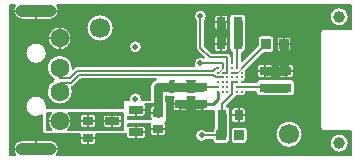
<source format=gtl>
G04 Layer: TopLayer*
G04 EasyEDA Pro v2.1.64.d1969c9c.217bcf, 2024-08-09 12:31:45*
G04 Gerber Generator version 0.3*
G04 Scale: 100 percent, Rotated: No, Reflected: No*
G04 Dimensions in millimeters*
G04 Leading zeros omitted, absolute positions, 3 integers and 5 decimals*
%FSLAX35Y35*%
%MOMM*%
%ADD8191C,0.2032*%
%ADD10C,0.2*%
%ADD11C,0.8*%
%ADD12C,0.254*%
%ADD13C,0.15*%
%ADD14C,0.1*%
%ADD15C,0.155*%
%ADD16C,1.0006*%
%ADD17C,1.0*%
%ADD18C,1.7*%
%ADD19R,0.8X0.9*%
%ADD20R,0.9X0.8*%
%ADD21R,0.9X0.8*%
%ADD22R,1.25001X0.7*%
%ADD23R,0.80648X0.86401*%
%ADD24R,0.8X0.9*%
%ADD25R,0.80648X0.86401*%
%ADD26O,3.49999X1.0*%
%ADD27C,1.6*%
%ADD28C,0.5*%
%ADD29C,0.6*%
G75*


G04 Copper Start*
G36*
G01X-3263966Y3724534D02*
G01X-3263966Y4993706D01*
G01X-3219873D01*
G03X-3236733Y4946180I58554J-47526D01*
G03X-3161319Y4870766I75414J0D01*
G01X-2921320D01*
G03X-2845906Y4946180I0J75414D01*
G03X-2862766Y4993706I-75414J0D01*
G01X-374794D01*
G01Y4794534D01*
G01X-604354D01*
G03X-634768Y4764120I0J-30414D01*
G01Y3954120D01*
G03X-604354Y3923706I30414J0D01*
G01X-374768D01*
G01Y3724534D01*
G01X-2866366D01*
G03X-2845906Y3776180I-54954J51646D01*
G03X-2921320Y3851594I-75414J0D01*
G01X-3161319D01*
G03X-3236733Y3776180I0J-75414D01*
G03X-3216274Y3724534I75414J0D01*
G01X-3263966D01*
G37*
%LPC*%
G36*
G01X-2666374Y3829538D02*
G03X-2645960Y3809124I20414J0D01*
G01X-2555960D01*
G03X-2535546Y3829538I0J20414D01*
G01Y3899499D01*
G01X-2294407D01*
G03X-2279075Y3903647I0J30414D01*
G01Y3880664D01*
G03X-2258661Y3860250I20414J0D01*
G01X-2133660D01*
G03X-2113246Y3880664I0J20414D01*
G01Y3950664D01*
G03X-2133660Y3971078I-20414J0D01*
G01X-2258661D01*
G03X-2263993Y3970369I0J-20414D01*
G01Y3990931D01*
G01X-2073492D01*
G03X-2075014Y3983198I18893J-7733D01*
G01Y3903198D01*
G03X-2054600Y3882784I20414J0D01*
G01X-1964600D01*
G03X-1944186Y3903198I0J20414D01*
G01Y3983198D01*
G03X-1948131Y3995260I-20414J0D01*
G03X-1933356Y4021345I-15639J26085D01*
G01Y4163281D01*
G03X-1939186Y4181188I-30414J0D01*
G01Y4220703D01*
G03X-1920002Y4213888I19185J23600D01*
G01X-1874893Y4213886D01*
G03X-1885014Y4196258I10294J-17629D01*
G01Y4116258D01*
G03X-1864600Y4095844I20414J0D01*
G01X-1774600D01*
G03X-1754186Y4116258I0J20414D01*
G01Y4196258D01*
G03X-1764297Y4213881I-20414J0D01*
G01X-1694569Y4213877D01*
G03X-1704674Y4196258I10309J-17620D01*
G01Y4116258D01*
G03X-1684260Y4095844I20414J0D01*
G01X-1594260D01*
G03X-1591332Y4096055I0J20414D01*
G01X-1537576D01*
G01Y4061594D01*
G01Y4061460D01*
G01Y3952148D01*
G03X-1543234Y3934480I24756J-17667D01*
G01Y3929445D01*
G01X-1601079D01*
G03X-1640001Y3945416I-38922J-39443D01*
G03X-1695415Y3890002I0J-55414D01*
G03X-1640001Y3834588I55414J0D01*
G03X-1598646Y3853117I0J55414D01*
G01X-1543234D01*
G01Y3848080D01*
G03X-1512820Y3817666I30414J0D01*
G01X-1432173D01*
G03X-1401759Y3848080I0J30414D01*
G01Y3870528D01*
G03X-1396748Y3896614I-65404J26086D01*
G01Y4061460D01*
G01X-1396749Y4061594D01*
G01Y4106460D01*
G03X-1426748Y4136871I-30414J0D01*
G01Y4137118D01*
G01X-1353513Y4210353D01*
G03X-1345898Y4220947I-28577J28577D01*
G03X-1342085Y4220766I3813J40234D01*
G03X-1322083Y4226063I0J40414D01*
G03X-1302080Y4220766I20003J35117D01*
G03X-1261668Y4260771I0J40414D01*
G01X-1180314D01*
G01Y4253718D01*
G03X-1149900Y4223304I30414J0D01*
G01X-1105034D01*
G01X-1104900D01*
G01X-924560D01*
G01X-924426D01*
G01X-879560D01*
G03X-849146Y4253718I0J30414D01*
G01Y4333718D01*
G03X-879560Y4364131I-30414J0D01*
G01X-924426D01*
G01X-924560Y4364132D01*
G01X-1104900D01*
G01X-1105034Y4364131D01*
G01X-1149900D01*
G03X-1179275Y4341599I0J-30414D01*
G01X-1271669D01*
G03X-1273777Y4352322I-30411J-409D01*
G03X-1261666Y4381170I-28304J28848D01*
G03X-1266963Y4401172I-40414J0D01*
G03X-1261666Y4421175I-35117J20003D01*
G03X-1265652Y4438675I-40414J0D01*
G01X-1114501Y4589826D01*
G01X-1053553D01*
G03X-1023139Y4620240I0J30414D01*
G01Y4706640D01*
G03X-1053553Y4737054I-30414J0D01*
G01X-1134200D01*
G03X-1164614Y4706640I0J-30414D01*
G01Y4654021D01*
G01X-1301671Y4516963D01*
G01Y4590566D01*
G01X-1294618D01*
G03X-1264204Y4620980I0J30414D01*
G01Y4665846D01*
G01Y4665980D01*
G01Y4846320D01*
G01Y4846454D01*
G01Y4891320D01*
G03X-1294618Y4921734I-30414J0D01*
G01X-1374618D01*
G03X-1405031Y4891320I0J-30414D01*
G01Y4846454D01*
G01X-1405032Y4846320D01*
G01Y4665980D01*
G01X-1405031Y4665846D01*
G01Y4620980D01*
G03X-1382499Y4591605I30414J0D01*
G01Y4501592D01*
G01X-1383906Y4501553D01*
G01Y4550003D01*
G03X-1422070Y4588167I-38164J0D01*
G01X-1554193D01*
G01X-1611837Y4645810D01*
G01Y4859825D01*
G03X-1594587Y4900003I-38164J40177D01*
G03X-1650001Y4955417I-55414J0D01*
G03X-1705415Y4900003I0J-55414D01*
G03X-1688165Y4859825I55414J0D01*
G01Y4630002D01*
G03X-1676987Y4603016I38164J0D01*
G01X-1621489Y4547518D01*
G03X-1650001Y4555416I-28512J-47516D01*
G03X-1705415Y4500002I0J-55414D01*
G03X-1700528Y4477249I55414J0D01*
G01X-2693092D01*
G03X-2720078Y4466071I0J-38164D01*
G01X-2731076Y4455073D01*
G03X-2730906Y4461193I-110244J6119D01*
G03X-2841320Y4571606I-110414J0D01*
G03X-2951734Y4461193I0J-110414D01*
G03X-2888131Y4361193I110414J0D01*
G03X-2951734Y4261193I46811J-100000D01*
G03X-2841320Y4150779I110414J0D01*
G03X-2730906Y4261193I0J110414D01*
G03X-2738035Y4300222I-110414J0D01*
G03X-2716545Y4311003I-5497J37766D01*
G01X-2662447Y4365101D01*
G01X-2026898D01*
G03X-2080014Y4296845I17298J-68256D01*
G01Y4193695D01*
G01X-2144946D01*
G03X-2144586Y4200000I-55054J6305D01*
G03X-2200000Y4255414I-55414J0D01*
G03X-2255414Y4200000I0J-55414D01*
G03X-2255054Y4193695I55414J0D01*
G01X-2277252D01*
G03X-2307666Y4163281I0J-30414D01*
G01Y4122114D01*
G01X-2952010D01*
G03X-2950906Y4136200I-89310J14086D01*
G03X-3041320Y4226613I-90414J0D01*
G03X-3131734Y4136200I0J-90414D01*
G03X-3041320Y4045786I90414J0D01*
G03X-2991544Y4060721I0J90414D01*
G01Y3929913D01*
G03X-2961130Y3899499I30414J0D01*
G01X-2666374D01*
G01Y3829538D01*
G37*
G36*
G01X-2615414Y4800000D02*
G03X-2500000Y4684586I115414J0D01*
G03X-2384586Y4800000I0J115414D01*
G03X-2500000Y4915414I-115414J0D01*
G03X-2615414Y4800000I0J-115414D01*
G37*
G36*
G01X-900000Y3784586D02*
G03X-784586Y3900000I0J115414D01*
G03X-900000Y4015414I-115414J0D01*
G03X-1015414Y3900000I0J-115414D01*
G03X-900000Y3784586I115414J0D01*
G37*
G36*
G01X-2941734Y4711179D02*
G03X-2841320Y4610765I100414J0D01*
G03X-2740906Y4711179I0J100414D01*
G03X-2841320Y4811593I-100414J0D01*
G03X-2941734Y4711179I0J-100414D01*
G37*
G36*
G01X-3041320Y4495772D02*
G03X-2950906Y4586186I0J90414D01*
G03X-3041320Y4676600I-90414J0D01*
G03X-3131734Y4586186I0J-90414D01*
G03X-3041320Y4495772I90414J0D01*
G37*
G36*
G01X-475130Y3744166D02*
G03X-394716Y3824580I0J80414D01*
G03X-475130Y3904994I-80414J0D01*
G03X-555544Y3824580I0J-80414D01*
G03X-475130Y3744166I80414J0D01*
G37*
G36*
G01X-555394Y4894580D02*
G03X-474980Y4814166I80414J0D01*
G03X-394566Y4894580I0J80414D01*
G03X-474980Y4974994I-80414J0D01*
G03X-555394Y4894580I0J-80414D01*
G37*
G36*
G01X-1281500Y3817666D02*
G03X-1251086Y3848080I0J30414D01*
G01Y3934480D01*
G03X-1281500Y3964894I-30414J0D01*
G01X-1362147D01*
G03X-1392561Y3934480I0J-30414D01*
G01Y3848080D01*
G03X-1362147Y3817666I30414J0D01*
G01X-1281500D01*
G37*
G36*
G01X-1434622Y4780906D02*
G03X-1414208Y4801320I0J20414D01*
G01Y4891320D01*
G03X-1434622Y4911734I-20414J0D01*
G01X-1514622D01*
G03X-1535036Y4891320I0J-20414D01*
G01Y4801320D01*
G03X-1514622Y4780906I20414J0D01*
G01X-1434622D01*
G37*
G36*
G01X-1535036Y4620980D02*
G03X-1514622Y4600566I20414J0D01*
G01X-1434622D01*
G03X-1414208Y4620980I0J20414D01*
G01Y4710980D01*
G03X-1434622Y4731394I-20414J0D01*
G01X-1514622D01*
G03X-1535036Y4710980I0J-20414D01*
G01Y4620980D01*
G37*
G36*
G01X-879560Y4373309D02*
G03X-859146Y4393722I0J20414D01*
G01Y4473722D01*
G03X-879560Y4494136I-20414J0D01*
G01X-969560D01*
G03X-989974Y4473722I0J-20414D01*
G01Y4393722D01*
G03X-969560Y4373309I20414J0D01*
G01X-879560D01*
G37*
G36*
G01X-1387572Y4016460D02*
G03X-1367158Y3996046I20414J0D01*
G01X-1287158D01*
G03X-1266744Y4016460I0J20414D01*
G01Y4106460D01*
G03X-1287158Y4126874I-20414J0D01*
G01X-1367158D01*
G03X-1387572Y4106460I0J-20414D01*
G01Y4016460D01*
G37*
G36*
G01X-1170314Y4393722D02*
G03X-1149900Y4373309I20414J0D01*
G01X-1059900D01*
G03X-1039486Y4393722I0J20414D01*
G01Y4473722D01*
G03X-1059900Y4494136I-20414J0D01*
G01X-1149900D01*
G03X-1170314Y4473722I0J-20414D01*
G01Y4393722D01*
G37*
G36*
G01X-902880Y4599826D02*
G03X-882466Y4620240I0J20414D01*
G01Y4706640D01*
G03X-902880Y4727054I-20414J0D01*
G01X-983527D01*
G03X-1003941Y4706640I0J-20414D01*
G01Y4620240D01*
G03X-983527Y4599826I20414J0D01*
G01X-902880D01*
G37*
G36*
G01X-2200000Y4584756D02*
G03X-2144586Y4640170I0J55414D01*
G03X-2200000Y4695584I-55414J0D01*
G03X-2255414Y4640170I0J-55414D01*
G03X-2200000Y4584756I55414J0D01*
G37*
%LPD*%
G36*
G01X-2950970Y3940073D02*
G01X-2950970Y4081540D01*
G01X-2912962D01*
G03X-2941734Y4011181I71642J-70359D01*
G03X-2912219Y3940073I100414J0D01*
G01X-2950970D01*
G37*
G36*
G01X-2770421Y3940073D02*
G03X-2740906Y4011181I-70899J71108D01*
G03X-2769679Y4081540I-100414J0D01*
G01X-2304567D01*
G01Y3940073D01*
G01X-2770421D01*
G37*
%LPC*%
G36*
G01X-2333659Y3955246D02*
G03X-2313245Y3975660I0J20414D01*
G01Y4045660D01*
G03X-2333659Y4066074I-20414J0D01*
G01X-2458660D01*
G03X-2479074Y4045660I0J-20414D01*
G01Y3975660D01*
G03X-2458660Y3955246I20414J0D01*
G01X-2333659D01*
G37*
G36*
G01X-2666374Y3969542D02*
G03X-2645960Y3949129I20414J0D01*
G01X-2555960D01*
G03X-2535546Y3969542I0J20414D01*
G01Y4049542D01*
G03X-2555960Y4069956I-20414J0D01*
G01X-2645960D01*
G03X-2666374Y4049542I0J-20414D01*
G01Y3969542D01*
G37*
%LPD*%
G36*
G01X-2075014Y4043202D02*
G03X-2071330Y4031505I20414J0D01*
G01X-2263993D01*
G01Y4050951D01*
G03X-2258661Y4050242I5332J19705D01*
G01X-2133660D01*
G03X-2113246Y4070656I0J20414D01*
G01Y4140656D01*
G03X-2117493Y4153121I-20414J0D01*
G01X-1973930D01*
G01Y4143616D01*
G01X-2054600D01*
G03X-2075014Y4123202I0J-20414D01*
G01Y4043202D01*
G37*
G36*
G01X-2117493Y3868199D02*
G03X-2113246Y3880664I-16166J12465D01*
G01Y3950664D01*
G03X-2133660Y3971078I-20414J0D01*
G01X-2258661D01*
G03X-2263993Y3970369I0J-20414D01*
G01Y3987805D01*
G01X-2074487D01*
G03X-2075014Y3983198I19887J-4608D01*
G01Y3903198D01*
G03X-2054600Y3882784I20414J0D01*
G01X-1974311D01*
G01Y3868199D01*
G01X-2117493D01*
G37*
G36*
G01X-1910773Y4095869D02*
G01X-1910773Y4205325D01*
G01X-1882889D01*
G03X-1885014Y4196258I18289J-9068D01*
G01Y4116258D01*
G03X-1865618Y4095869I20414J0D01*
G01X-1910773D01*
G37*
G36*
G01X-1885014Y4256263D02*
G01X-1884934Y4254461D01*
G01X-1909841Y4254462D01*
G01Y4355102D01*
G01X-1872462D01*
G03X-1885014Y4336262I7862J-18839D01*
G01Y4256263D01*
G37*
G36*
G01X-1773582Y4095869D02*
G03X-1754186Y4116258I-1018J20389D01*
G01Y4196258D01*
G03X-1756310Y4205325I-20414J0D01*
G01X-1702549D01*
G03X-1704674Y4196258I18289J-9068D01*
G01Y4116258D01*
G03X-1685278Y4095869I20414J0D01*
G01X-1773582D01*
G37*
G36*
G01X-1704674Y4256263D02*
G01X-1704593Y4254452D01*
G01X-1754266Y4254454D01*
G01X-1754186Y4256263D01*
G01Y4336262D01*
G03X-1766738Y4355102I-20414J0D01*
G01X-1692122D01*
G03X-1704674Y4336262I7862J-18839D01*
G01Y4256263D01*
G37*
G54D8191*
G01X-3263966Y3724534D02*
G01X-3263966Y4993706D01*
G01X-3219873D01*
G03X-3236733Y4946180I58554J-47526D01*
G03X-3161319Y4870766I75414J0D01*
G01X-2921320D01*
G03X-2845906Y4946180I0J75414D01*
G03X-2862766Y4993706I-75414J0D01*
G01X-374794D01*
G01Y4794534D01*
G01X-604354D01*
G03X-634768Y4764120I0J-30414D01*
G01Y3954120D01*
G03X-604354Y3923706I30414J0D01*
G01X-374768D01*
G01Y3724534D01*
G01X-2866366D01*
G03X-2845906Y3776180I-54954J51646D01*
G03X-2921320Y3851594I-75414J0D01*
G01X-3161319D01*
G03X-3236733Y3776180I0J-75414D01*
G03X-3216274Y3724534I75414J0D01*
G01X-3263966D01*
G01X-2666374Y3829538D02*
G03X-2645960Y3809124I20414J0D01*
G01X-2555960D01*
G03X-2535546Y3829538I0J20414D01*
G01Y3899499D01*
G01X-2294407D01*
G03X-2279075Y3903647I0J30414D01*
G01Y3880664D01*
G03X-2258661Y3860250I20414J0D01*
G01X-2133660D01*
G03X-2113246Y3880664I0J20414D01*
G01Y3950664D01*
G03X-2133660Y3971078I-20414J0D01*
G01X-2258661D01*
G03X-2263993Y3970369I0J-20414D01*
G01Y3990931D01*
G01X-2073492D01*
G03X-2075014Y3983198I18893J-7733D01*
G01Y3903198D01*
G03X-2054600Y3882784I20414J0D01*
G01X-1964600D01*
G03X-1944186Y3903198I0J20414D01*
G01Y3983198D01*
G03X-1948131Y3995260I-20414J0D01*
G03X-1933356Y4021345I-15639J26085D01*
G01Y4163281D01*
G03X-1939186Y4181188I-30414J0D01*
G01Y4220703D01*
G03X-1920002Y4213888I19185J23600D01*
G01X-1874893Y4213886D01*
G03X-1885014Y4196258I10294J-17629D01*
G01Y4116258D01*
G03X-1864600Y4095844I20414J0D01*
G01X-1774600D01*
G03X-1754186Y4116258I0J20414D01*
G01Y4196258D01*
G03X-1764297Y4213881I-20414J0D01*
G01X-1694569Y4213877D01*
G03X-1704674Y4196258I10309J-17620D01*
G01Y4116258D01*
G03X-1684260Y4095844I20414J0D01*
G01X-1594260D01*
G03X-1591332Y4096055I0J20414D01*
G01X-1537576D01*
G01Y4061594D01*
G01Y4061460D01*
G01Y3952148D01*
G03X-1543234Y3934480I24756J-17667D01*
G01Y3929445D01*
G01X-1601079D01*
G03X-1640001Y3945416I-38922J-39443D01*
G03X-1695415Y3890002I0J-55414D01*
G03X-1640001Y3834588I55414J0D01*
G03X-1598646Y3853117I0J55414D01*
G01X-1543234D01*
G01Y3848080D01*
G03X-1512820Y3817666I30414J0D01*
G01X-1432173D01*
G03X-1401759Y3848080I0J30414D01*
G01Y3870528D01*
G03X-1396748Y3896614I-65404J26086D01*
G01Y4061460D01*
G01X-1396749Y4061594D01*
G01Y4106460D01*
G03X-1426748Y4136871I-30414J0D01*
G01Y4137118D01*
G01X-1353513Y4210353D01*
G03X-1345898Y4220947I-28577J28577D01*
G03X-1342085Y4220766I3813J40234D01*
G03X-1322083Y4226063I0J40414D01*
G03X-1302080Y4220766I20003J35117D01*
G03X-1261668Y4260771I0J40414D01*
G01X-1180314D01*
G01Y4253718D01*
G03X-1149900Y4223304I30414J0D01*
G01X-1105034D01*
G01X-1104900D01*
G01X-924560D01*
G01X-924426D01*
G01X-879560D01*
G03X-849146Y4253718I0J30414D01*
G01Y4333718D01*
G03X-879560Y4364131I-30414J0D01*
G01X-924426D01*
G01X-924560Y4364132D01*
G01X-1104900D01*
G01X-1105034Y4364131D01*
G01X-1149900D01*
G03X-1179275Y4341599I0J-30414D01*
G01X-1271669D01*
G03X-1273777Y4352322I-30411J-409D01*
G03X-1261666Y4381170I-28304J28848D01*
G03X-1266963Y4401172I-40414J0D01*
G03X-1261666Y4421175I-35117J20003D01*
G03X-1265652Y4438675I-40414J0D01*
G01X-1114501Y4589826D01*
G01X-1053553D01*
G03X-1023139Y4620240I0J30414D01*
G01Y4706640D01*
G03X-1053553Y4737054I-30414J0D01*
G01X-1134200D01*
G03X-1164614Y4706640I0J-30414D01*
G01Y4654021D01*
G01X-1301671Y4516963D01*
G01Y4590566D01*
G01X-1294618D01*
G03X-1264204Y4620980I0J30414D01*
G01Y4665846D01*
G01Y4665980D01*
G01Y4846320D01*
G01Y4846454D01*
G01Y4891320D01*
G03X-1294618Y4921734I-30414J0D01*
G01X-1374618D01*
G03X-1405031Y4891320I0J-30414D01*
G01Y4846454D01*
G01X-1405032Y4846320D01*
G01Y4665980D01*
G01X-1405031Y4665846D01*
G01Y4620980D01*
G03X-1382499Y4591605I30414J0D01*
G01Y4501592D01*
G01X-1383906Y4501553D01*
G01Y4550003D01*
G03X-1422070Y4588167I-38164J0D01*
G01X-1554193D01*
G01X-1611837Y4645810D01*
G01Y4859825D01*
G03X-1594587Y4900003I-38164J40177D01*
G03X-1650001Y4955417I-55414J0D01*
G03X-1705415Y4900003I0J-55414D01*
G03X-1688165Y4859825I55414J0D01*
G01Y4630002D01*
G03X-1676987Y4603016I38164J0D01*
G01X-1621489Y4547518D01*
G03X-1650001Y4555416I-28512J-47516D01*
G03X-1705415Y4500002I0J-55414D01*
G03X-1700528Y4477249I55414J0D01*
G01X-2693092D01*
G03X-2720078Y4466071I0J-38164D01*
G01X-2731076Y4455073D01*
G03X-2730906Y4461193I-110244J6119D01*
G03X-2841320Y4571606I-110414J0D01*
G03X-2951734Y4461193I0J-110414D01*
G03X-2888131Y4361193I110414J0D01*
G03X-2951734Y4261193I46811J-100000D01*
G03X-2841320Y4150779I110414J0D01*
G03X-2730906Y4261193I0J110414D01*
G03X-2738035Y4300222I-110414J0D01*
G03X-2716545Y4311003I-5497J37766D01*
G01X-2662447Y4365101D01*
G01X-2026898D01*
G03X-2080014Y4296845I17298J-68256D01*
G01Y4193695D01*
G01X-2144946D01*
G03X-2144586Y4200000I-55054J6305D01*
G03X-2200000Y4255414I-55414J0D01*
G03X-2255414Y4200000I0J-55414D01*
G03X-2255054Y4193695I55414J0D01*
G01X-2277252D01*
G03X-2307666Y4163281I0J-30414D01*
G01Y4122114D01*
G01X-2952010D01*
G03X-2950906Y4136200I-89310J14086D01*
G03X-3041320Y4226613I-90414J0D01*
G03X-3131734Y4136200I0J-90414D01*
G03X-3041320Y4045786I90414J0D01*
G03X-2991544Y4060721I0J90414D01*
G01Y3929913D01*
G03X-2961130Y3899499I30414J0D01*
G01X-2666374D01*
G01Y3829538D01*
G01X-2615414Y4800000D02*
G03X-2500000Y4684586I115414J0D01*
G03X-2384586Y4800000I0J115414D01*
G03X-2500000Y4915414I-115414J0D01*
G03X-2615414Y4800000I0J-115414D01*
G01X-900000Y3784586D02*
G03X-784586Y3900000I0J115414D01*
G03X-900000Y4015414I-115414J0D01*
G03X-1015414Y3900000I0J-115414D01*
G03X-900000Y3784586I115414J0D01*
G01X-2941734Y4711179D02*
G03X-2841320Y4610765I100414J0D01*
G03X-2740906Y4711179I0J100414D01*
G03X-2841320Y4811593I-100414J0D01*
G03X-2941734Y4711179I0J-100414D01*
G01X-3041320Y4495772D02*
G03X-2950906Y4586186I0J90414D01*
G03X-3041320Y4676600I-90414J0D01*
G03X-3131734Y4586186I0J-90414D01*
G03X-3041320Y4495772I90414J0D01*
G01X-475130Y3744166D02*
G03X-394716Y3824580I0J80414D01*
G03X-475130Y3904994I-80414J0D01*
G03X-555544Y3824580I0J-80414D01*
G03X-475130Y3744166I80414J0D01*
G01X-555394Y4894580D02*
G03X-474980Y4814166I80414J0D01*
G03X-394566Y4894580I0J80414D01*
G03X-474980Y4974994I-80414J0D01*
G03X-555394Y4894580I0J-80414D01*
G01X-1281500Y3817666D02*
G03X-1251086Y3848080I0J30414D01*
G01Y3934480D01*
G03X-1281500Y3964894I-30414J0D01*
G01X-1362147D01*
G03X-1392561Y3934480I0J-30414D01*
G01Y3848080D01*
G03X-1362147Y3817666I30414J0D01*
G01X-1281500D01*
G01X-1434622Y4780906D02*
G03X-1414208Y4801320I0J20414D01*
G01Y4891320D01*
G03X-1434622Y4911734I-20414J0D01*
G01X-1514622D01*
G03X-1535036Y4891320I0J-20414D01*
G01Y4801320D01*
G03X-1514622Y4780906I20414J0D01*
G01X-1434622D01*
G01X-1535036Y4620980D02*
G03X-1514622Y4600566I20414J0D01*
G01X-1434622D01*
G03X-1414208Y4620980I0J20414D01*
G01Y4710980D01*
G03X-1434622Y4731394I-20414J0D01*
G01X-1514622D01*
G03X-1535036Y4710980I0J-20414D01*
G01Y4620980D01*
G01X-879560Y4373309D02*
G03X-859146Y4393722I0J20414D01*
G01Y4473722D01*
G03X-879560Y4494136I-20414J0D01*
G01X-969560D01*
G03X-989974Y4473722I0J-20414D01*
G01Y4393722D01*
G03X-969560Y4373309I20414J0D01*
G01X-879560D01*
G01X-1387572Y4016460D02*
G03X-1367158Y3996046I20414J0D01*
G01X-1287158D01*
G03X-1266744Y4016460I0J20414D01*
G01Y4106460D01*
G03X-1287158Y4126874I-20414J0D01*
G01X-1367158D01*
G03X-1387572Y4106460I0J-20414D01*
G01Y4016460D01*
G01X-1170314Y4393722D02*
G03X-1149900Y4373309I20414J0D01*
G01X-1059900D01*
G03X-1039486Y4393722I0J20414D01*
G01Y4473722D01*
G03X-1059900Y4494136I-20414J0D01*
G01X-1149900D01*
G03X-1170314Y4473722I0J-20414D01*
G01Y4393722D01*
G01X-902880Y4599826D02*
G03X-882466Y4620240I0J20414D01*
G01Y4706640D01*
G03X-902880Y4727054I-20414J0D01*
G01X-983527D01*
G03X-1003941Y4706640I0J-20414D01*
G01Y4620240D01*
G03X-983527Y4599826I20414J0D01*
G01X-902880D01*
G01X-2200000Y4584756D02*
G03X-2144586Y4640170I0J55414D01*
G03X-2200000Y4695584I-55414J0D01*
G03X-2255414Y4640170I0J-55414D01*
G03X-2200000Y4584756I55414J0D01*
G01X-2950970Y3940073D02*
G01X-2950970Y4081540D01*
G01X-2912962D01*
G03X-2941734Y4011181I71642J-70359D01*
G03X-2912219Y3940073I100414J0D01*
G01X-2950970D01*
G01X-2770421Y3940073D02*
G03X-2740906Y4011181I-70899J71108D01*
G03X-2769679Y4081540I-100414J0D01*
G01X-2304567D01*
G01Y3940073D01*
G01X-2770421D01*
G01X-2333659Y3955246D02*
G03X-2313245Y3975660I0J20414D01*
G01Y4045660D01*
G03X-2333659Y4066074I-20414J0D01*
G01X-2458660D01*
G03X-2479074Y4045660I0J-20414D01*
G01Y3975660D01*
G03X-2458660Y3955246I20414J0D01*
G01X-2333659D01*
G01X-2666374Y3969542D02*
G03X-2645960Y3949129I20414J0D01*
G01X-2555960D01*
G03X-2535546Y3969542I0J20414D01*
G01Y4049542D01*
G03X-2555960Y4069956I-20414J0D01*
G01X-2645960D01*
G03X-2666374Y4049542I0J-20414D01*
G01Y3969542D01*
G01X-2075014Y4043202D02*
G03X-2071330Y4031505I20414J0D01*
G01X-2263993D01*
G01Y4050951D01*
G03X-2258661Y4050242I5332J19705D01*
G01X-2133660D01*
G03X-2113246Y4070656I0J20414D01*
G01Y4140656D01*
G03X-2117493Y4153121I-20414J0D01*
G01X-1973930D01*
G01Y4143616D01*
G01X-2054600D01*
G03X-2075014Y4123202I0J-20414D01*
G01Y4043202D01*
G01X-2117493Y3868199D02*
G03X-2113246Y3880664I-16166J12465D01*
G01Y3950664D01*
G03X-2133660Y3971078I-20414J0D01*
G01X-2258661D01*
G03X-2263993Y3970369I0J-20414D01*
G01Y3987805D01*
G01X-2074487D01*
G03X-2075014Y3983198I19887J-4608D01*
G01Y3903198D01*
G03X-2054600Y3882784I20414J0D01*
G01X-1974311D01*
G01Y3868199D01*
G01X-2117493D01*
G01X-1910773Y4095869D02*
G01X-1910773Y4205325D01*
G01X-1882889D01*
G03X-1885014Y4196258I18289J-9068D01*
G01Y4116258D01*
G03X-1865618Y4095869I20414J0D01*
G01X-1910773D01*
G01X-1885014Y4256263D02*
G01X-1884934Y4254461D01*
G01X-1909841Y4254462D01*
G01Y4355102D01*
G01X-1872462D01*
G03X-1885014Y4336262I7862J-18839D01*
G01Y4256263D01*
G01X-1773582Y4095869D02*
G03X-1754186Y4116258I-1018J20389D01*
G01Y4196258D01*
G03X-1756310Y4205325I-20414J0D01*
G01X-1702549D01*
G03X-1704674Y4196258I18289J-9068D01*
G01Y4116258D01*
G03X-1685278Y4095869I20414J0D01*
G01X-1773582D01*
G01X-1704674Y4256263D02*
G01X-1704593Y4254452D01*
G01X-1754266Y4254454D01*
G01X-1754186Y4256263D01*
G01Y4336262D01*
G03X-1766738Y4355102I-20414J0D01*
G01X-1692122D01*
G03X-1704674Y4336262I7862J-18839D01*
G01Y4256263D01*
G54D10*
G01X-2396160Y4010660D02*
G01X-2474408Y4010660D01*
G01X-2396160Y4010660D02*
G01X-2317911Y4010660D01*
G01X-2396160Y4010660D02*
G01X-2396160Y4061408D01*
G01X-2396160Y4010660D02*
G01X-2396160Y3959912D01*
G01X-2600960Y4009542D02*
G01X-2600960Y3953794D01*
G01X-2600960Y4009542D02*
G01X-2600960Y4065290D01*
G01X-2600960Y4009542D02*
G01X-2661708Y4009542D01*
G01X-2600960Y4009542D02*
G01X-2540212Y4009542D01*
G01X-2841320Y4011181D02*
G01X-2745572Y4011181D01*
G01X-2841320Y4011181D02*
G01X-2937068Y4011181D01*
G01X-2009600Y4083202D02*
G01X-2009600Y4138950D01*
G01X-2009600Y4083202D02*
G01X-2070348Y4083202D01*
G01X-2196160Y4105656D02*
G01X-2117912Y4105656D01*
G01X-2196160Y4105656D02*
G01X-2196160Y4054908D01*
G01X-2196160Y3915664D02*
G01X-2117912Y3915664D01*
G01X-2196160Y3915664D02*
G01X-2196160Y3966412D01*
G01X-2009600Y3943198D02*
G01X-2009600Y3887450D01*
G01X-2009600Y3943198D02*
G01X-2070348Y3943198D01*
G01X-1819600Y4156258D02*
G01X-1880348Y4156258D01*
G01X-1819600Y4156258D02*
G01X-1758852Y4156258D01*
G01X-1639260Y4156258D02*
G01X-1700008Y4156258D01*
G01X-1819600Y4296262D02*
G01X-1880348Y4296262D01*
G01X-1819600Y4296262D02*
G01X-1758852Y4296262D01*
G01X-1639260Y4296262D02*
G01X-1700008Y4296262D01*
G01X-2600960Y3869538D02*
G01X-2600960Y3813790D01*
G01X-2600960Y3869538D02*
G01X-2661708Y3869538D01*
G01X-2600960Y3869538D02*
G01X-2540212Y3869538D01*
G01X-2196160Y3915664D02*
G01X-2117912Y3915664D01*
G01X-2196160Y3915664D02*
G01X-2196160Y3966412D01*
G01X-2196160Y3915664D02*
G01X-2196160Y3864916D01*
G01X-2009600Y3943198D02*
G01X-2009600Y3887450D01*
G01X-2009600Y3943198D02*
G01X-2070348Y3943198D01*
G01X-2009600Y3943198D02*
G01X-1948852Y3943198D01*
G01X-1819600Y4156258D02*
G01X-1819600Y4100510D01*
G01X-1819600Y4156258D02*
G01X-1880348Y4156258D01*
G01X-1819600Y4156258D02*
G01X-1758852Y4156258D01*
G01X-1639260Y4156258D02*
G01X-1639260Y4100510D01*
G01X-1639260Y4156258D02*
G01X-1700008Y4156258D01*
G01X-1474622Y4665980D02*
G01X-1530370Y4665980D01*
G01X-1474622Y4665980D02*
G01X-1418874Y4665980D01*
G01X-1474622Y4665980D02*
G01X-1474622Y4726728D01*
G01X-1474622Y4665980D02*
G01X-1474622Y4605232D01*
G01X-1474622Y4846320D02*
G01X-1530370Y4846320D01*
G01X-1474622Y4846320D02*
G01X-1418874Y4846320D01*
G01X-1474622Y4846320D02*
G01X-1474622Y4907068D01*
G01X-1474622Y4846320D02*
G01X-1474622Y4785572D01*
G01X-1327158Y4061460D02*
G01X-1271410Y4061460D01*
G01X-1327158Y4061460D02*
G01X-1382906Y4061460D01*
G01X-1327158Y4061460D02*
G01X-1327158Y4000712D01*
G01X-1327158Y4061460D02*
G01X-1327158Y4122208D01*
G01X-1302080Y4341190D02*
G01X-1276332Y4341190D01*
G01X-1104900Y4433722D02*
G01X-1104900Y4489470D01*
G01X-1104900Y4433722D02*
G01X-1104900Y4377974D01*
G01X-1104900Y4433722D02*
G01X-1044152Y4433722D01*
G01X-1104900Y4433722D02*
G01X-1165648Y4433722D01*
G01X-943204Y4663440D02*
G01X-887132Y4663440D01*
G01X-943204Y4663440D02*
G01X-999275Y4663440D01*
G01X-943204Y4663440D02*
G01X-943204Y4604492D01*
G01X-943204Y4663440D02*
G01X-943204Y4722388D01*
G01X-924560Y4433722D02*
G01X-924560Y4489470D01*
G01X-924560Y4433722D02*
G01X-924560Y4377974D01*
G01X-924560Y4433722D02*
G01X-863812Y4433722D01*
G01X-924560Y4433722D02*
G01X-985308Y4433722D01*
G01X-3041320Y3776180D02*
G01X-3041320Y3846928D01*
G01X-3041320Y3776180D02*
G01X-2850572Y3776180D01*
G01X-3041320Y3776180D02*
G01X-3232067Y3776180D01*
G01X-3041320Y4946180D02*
G01X-3041320Y4875432D01*
G01X-3041320Y4946180D02*
G01X-2850572Y4946180D01*
G01X-3041320Y4946180D02*
G01X-3232067Y4946180D01*
G01X-2841320Y4711179D02*
G01X-2841320Y4806927D01*
G01X-2841320Y4711179D02*
G01X-2841320Y4615431D01*
G01X-2841320Y4711179D02*
G01X-2745572Y4711179D01*
G01X-2841320Y4711179D02*
G01X-2937068Y4711179D01*
G04 Copper End*

G04 PolygonModel Start*
G01X-1502080Y4301185D02*
G01X-1634337Y4301185D01*
G01X-1639260Y4296262D01*
G54D11*
G01X-1819600Y4296262D02*
G01X-1639260Y4296262D01*
G01X-1819600Y4156258D02*
G01X-1639260Y4156258D01*
G54D12*
G01X-1502080Y4261180D02*
G01X-1502080Y4197923D01*
G01X-1540001Y4160002D01*
G01X-1635515D01*
G01X-1639260Y4156258D01*
G54D11*
G01X-2009600Y4083202D02*
G01X-2009600Y4296845D01*
G01X-1820182D01*
G01X-1819600Y4296262D01*
G01X-924560Y4293718D02*
G01X-1104900Y4293718D01*
G01X-924560Y4433722D02*
G01X-1104900Y4433722D01*
G01X-1334618Y4846320D02*
G01X-1334618Y4665980D01*
G01X-1474622Y4665980D02*
G01X-1474622Y4846320D01*
G01X-943959Y4665979D02*
G01X-943959Y4450742D01*
G01X-929480Y4436262D01*
G54D10*
G01X-1342085Y4461180D02*
G01X-1342085Y4658512D01*
G01X-1334618Y4665980D01*
G54D11*
G01X-1467162Y4061460D02*
G01X-1467162Y3896614D01*
G01X-1472496Y3891280D01*
G54D10*
G01X-1302080Y4341190D02*
G01X-1264211Y4341190D01*
G01X-1175316Y4430085D01*
G01Y4433283D01*
G01X-1105339D01*
G01X-1104900Y4433722D01*
G01X-1342085Y4301185D02*
G01X-1112368Y4301185D01*
G01X-1104900Y4293718D01*
G01X-1342085Y4341190D02*
G01X-1382090Y4341190D01*
G01Y4238930D01*
G01X-1467162Y4153858D01*
G01Y4061460D01*
G54D13*
G01X-1382090Y4421175D02*
G01X-1342085Y4421175D01*
G01X-1099820Y4663440D02*
G01X-1093876Y4663440D01*
G54D14*
G01X-1342085Y4421175D02*
G01X-1302080Y4461180D01*
G54D10*
G01X-1098041Y4663440D02*
G01X-1300301Y4461180D01*
G01X-1302080D01*
G01X-1462075Y4381170D02*
G01X-1502080Y4381170D01*
G54D15*
G01X-1462075Y4421175D02*
G01X-1422070Y4421175D01*
G01Y4461180D01*
G54D14*
G01X-1502080Y4421175D02*
G01X-1462075Y4461180D01*
G54D15*
G01X-1462075Y4461180D02*
G01X-1462075Y4500002D01*
G01X-1650001D01*
G01X-1422070Y4461180D02*
G01X-1422070Y4550003D01*
G01X-1570001D01*
G01X-1650001Y4630002D01*
G01Y4900003D01*
G01X-1476661Y3891281D02*
G01X-1638722Y3891281D01*
G01X-1640001Y3890002D01*
G04 PolygonModel End*

G04 Pad Start*
G54D17*
G01X-474980Y4894580D03*
G01X-475130Y3824580D03*
G54D18*
G01X-2500000Y4800000D03*
G01X-900000Y3900000D03*
G54D10*
G01X-1502080Y4461180D03*
G01X-1462075Y4461180D03*
G01X-1422070Y4461180D03*
G01X-1382090Y4461180D03*
G01X-1342085Y4461180D03*
G01X-1302080Y4461180D03*
G01X-1502080Y4421175D03*
G01X-1462075Y4421175D03*
G01X-1422070Y4421175D03*
G01X-1382090Y4421175D03*
G01X-1342085Y4421175D03*
G01X-1302080Y4421175D03*
G01X-1502080Y4381170D03*
G01X-1462075Y4381170D03*
G01X-1422070Y4381170D03*
G01X-1382090Y4381170D03*
G01X-1342085Y4381170D03*
G01X-1302080Y4381170D03*
G01X-1502080Y4341190D03*
G01X-1462075Y4341190D03*
G01X-1422070Y4341190D03*
G01X-1382090Y4341190D03*
G01X-1342085Y4341190D03*
G01X-1302080Y4341190D03*
G01X-1502080Y4301185D03*
G01X-1462075Y4301185D03*
G01X-1422070Y4301185D03*
G01X-1382090Y4301185D03*
G01X-1342085Y4301185D03*
G01X-1302080Y4301185D03*
G01X-1502080Y4261180D03*
G01X-1462075Y4261180D03*
G01X-1422070Y4261180D03*
G01X-1382090Y4261180D03*
G01X-1342085Y4261180D03*
G01X-1302080Y4261180D03*
G54D19*
G01X-1334618Y4846320D03*
G01X-1474622Y4846320D03*
G01X-1334618Y4665980D03*
G01X-1474622Y4665980D03*
G54D20*
G01X-924560Y4293718D03*
G01X-924560Y4433722D03*
G01X-1104900Y4293718D03*
G01X-1104900Y4433722D03*
G54D21*
G01X-1819600Y4296262D03*
G01X-1819600Y4156258D03*
G01X-1639260Y4296262D03*
G01X-1639260Y4156258D03*
G54D22*
G01X-2196160Y3915664D03*
G01X-2196160Y4105656D03*
G01X-2396160Y4010660D03*
G54D21*
G01X-2009600Y4083202D03*
G01X-2009600Y3943198D03*
G01X-2600960Y4009542D03*
G01X-2600960Y3869538D03*
G54D23*
G01X-1321824Y3891280D03*
G01X-1472496Y3891280D03*
G54D24*
G01X-1467162Y4061460D03*
G01X-1327158Y4061460D03*
G54D25*
G01X-1093876Y4663440D03*
G01X-943204Y4663440D03*
G54D26*
G01X-3041320Y3776180D03*
G01X-3041320Y4946180D03*
G54D27*
G01X-2841320Y4711179D03*
G01X-2841320Y4461193D03*
G01X-2841320Y4261193D03*
G01X-2841320Y4011181D03*
G04 Pad End*

G04 Via Start*
G54D28*
G01X-2200000Y4200000D03*
G01X-2009600Y4296845D03*
G01X-1936744Y4296845D03*
G01X-2009600Y4223750D03*
G01X-2196160Y4105656D03*
G01X-924560Y4293718D03*
G01X-1104900Y4293718D03*
G01X-1334618Y4665980D03*
G01X-1334618Y4846320D03*
G01X-1317659Y3891279D03*
G01X-1650001Y4500002D03*
G01X-1650001Y4900003D03*
G01X-2200000Y4640170D03*
G01X-1640001Y3890002D03*
G54D29*
G01X-3200000Y4800000D03*
G01X-2600000Y4200000D03*
G01X-2400000Y4200000D03*
G01X-2600000Y4600000D03*
G01X-2400000Y4600000D03*
G01X-2000000Y4800000D03*
G01X-1100000Y4800000D03*
G01X-700000Y4000000D03*
G01X-700000Y3800000D03*
G01X-1100000Y4000000D03*
G01X-1100000Y3800000D03*
G01X-2000000Y3800000D03*
G01X-2000000Y4600000D03*
G04 Via End*

G04 Track Start*
G54D15*
G01X-1502080Y4461180D02*
G01X-1519830Y4461180D01*
G01X-1541925Y4439085D01*
G01X-2693092Y4439085D02*
G01X-2758369Y4373809D01*
G01X-1502080Y4381170D02*
G01X-1519830Y4381170D01*
G01X-1541925Y4403265D01*
G01X-2758369Y4373809D02*
G01X-2835840Y4373809D01*
G01X-2841320Y4379289D01*
G01Y4461193D01*
G01X-2743531Y4337989D02*
G01X-2835840Y4337989D01*
G01X-2841320Y4332508D01*
G01Y4261193D01*
G01X-2693092Y4439085D02*
G01X-1541925Y4439085D01*
G01X-2678255Y4403265D02*
G01X-1541925Y4403265D01*
G01X-2678255Y4403265D02*
G01X-2743531Y4337989D01*
G04 Track End*

M02*

</source>
